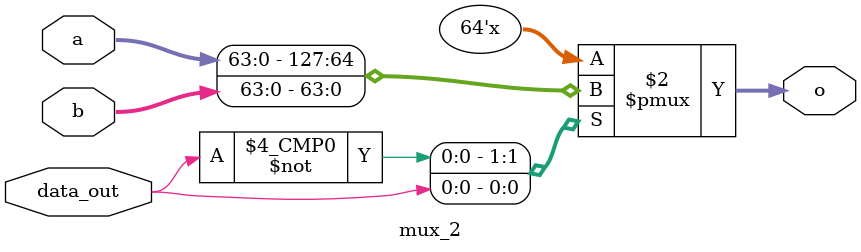
<source format=v>
`timescale 1ns / 1ps


module mux_2(input [63:0] a, input [63:0] b, input data_out, output reg [63:0] o);
always @(*)
    case (data_out)
        0: o = a;
        1: o = b;
    endcase
endmodule

</source>
